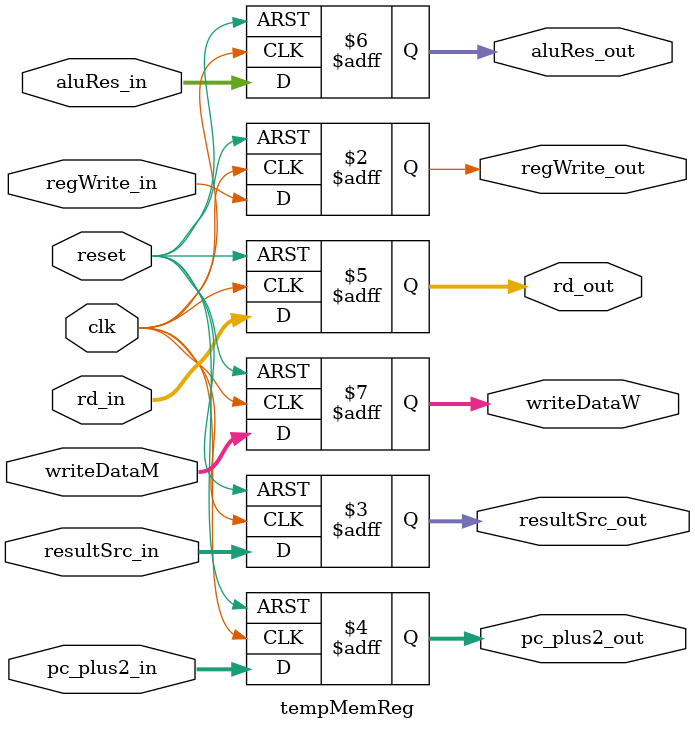
<source format=sv>
module tempMemReg(
    input logic clk,
    input logic reset,
    
    // Entradas
    input logic regWrite_in,
    input logic [1:0] resultSrc_in,
    input logic [15:0] pc_plus2_in,
    input logic [3:0] rd_in,
    input logic [15:0] aluRes_in,
    input logic [15:0] writeDataM,

    // Salidas
    output logic regWrite_out,
    output logic [1:0] resultSrc_out,
    output logic [15:0] pc_plus2_out,
    output logic [3:0] rd_out,
    output logic [15:0] aluRes_out,
    output logic [15:0] writeDataW
);

	// Registro de pipeline
	always_ff @(posedge clk or posedge reset) begin
		 if (reset) begin
			  // Reset de todos los valores
			  regWrite_out <= 1'b0;
			  resultSrc_out <= 2'b0;
			  pc_plus2_out <= 16'b0;
			  rd_out <= 4'b0;
			  aluRes_out <= 16'b0;
			  writeDataW <= 16'b0;
		 end else begin
			  // Asignación de registros
			  regWrite_out <= regWrite_in;
			  resultSrc_out <= resultSrc_in;
			  pc_plus2_out <= pc_plus2_in;
			  rd_out <= rd_in;
			  aluRes_out <= aluRes_in;
			  writeDataW <= writeDataM;
		 end
	end

endmodule

</source>
